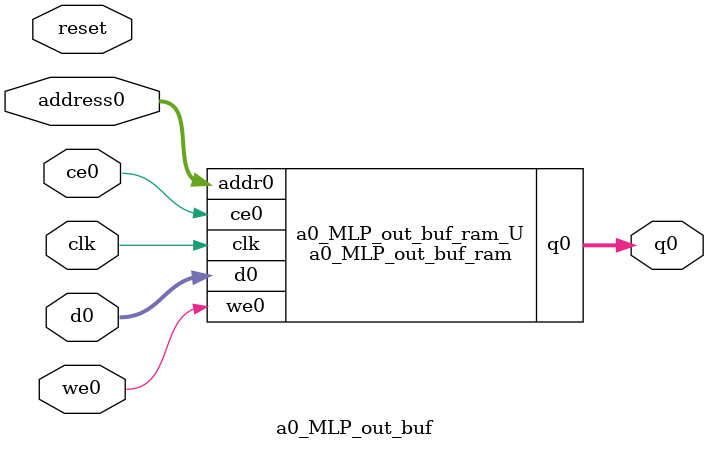
<source format=v>
`timescale 1 ns / 1 ps
module a0_MLP_out_buf_ram (addr0, ce0, d0, we0, q0,  clk);

parameter DWIDTH = 5;
parameter AWIDTH = 4;
parameter MEM_SIZE = 10;

input[AWIDTH-1:0] addr0;
input ce0;
input[DWIDTH-1:0] d0;
input we0;
output reg[DWIDTH-1:0] q0;
input clk;

(* ram_style = "distributed" *)reg [DWIDTH-1:0] ram[0:MEM_SIZE-1];




always @(posedge clk)  
begin 
    if (ce0) 
    begin
        if (we0) 
        begin 
            ram[addr0] <= d0; 
        end 
        q0 <= ram[addr0];
    end
end


endmodule

`timescale 1 ns / 1 ps
module a0_MLP_out_buf(
    reset,
    clk,
    address0,
    ce0,
    we0,
    d0,
    q0);

parameter DataWidth = 32'd5;
parameter AddressRange = 32'd10;
parameter AddressWidth = 32'd4;
input reset;
input clk;
input[AddressWidth - 1:0] address0;
input ce0;
input we0;
input[DataWidth - 1:0] d0;
output[DataWidth - 1:0] q0;



a0_MLP_out_buf_ram a0_MLP_out_buf_ram_U(
    .clk( clk ),
    .addr0( address0 ),
    .ce0( ce0 ),
    .we0( we0 ),
    .d0( d0 ),
    .q0( q0 ));

endmodule


</source>
